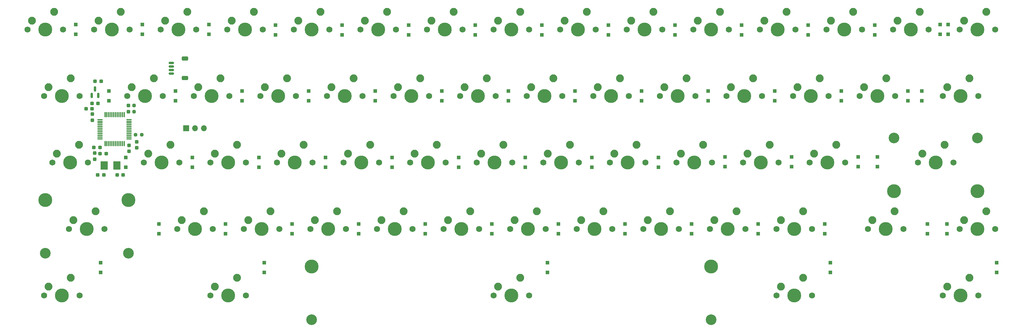
<source format=gbs>
G04 #@! TF.GenerationSoftware,KiCad,Pcbnew,(6.0.1)*
G04 #@! TF.CreationDate,2022-02-20T01:23:08-08:00*
G04 #@! TF.ProjectId,wkl60,776b6c36-302e-46b6-9963-61645f706362,rev?*
G04 #@! TF.SameCoordinates,Original*
G04 #@! TF.FileFunction,Soldermask,Bot*
G04 #@! TF.FilePolarity,Negative*
%FSLAX46Y46*%
G04 Gerber Fmt 4.6, Leading zero omitted, Abs format (unit mm)*
G04 Created by KiCad (PCBNEW (6.0.1)) date 2022-02-20 01:23:08*
%MOMM*%
%LPD*%
G01*
G04 APERTURE LIST*
G04 Aperture macros list*
%AMRoundRect*
0 Rectangle with rounded corners*
0 $1 Rounding radius*
0 $2 $3 $4 $5 $6 $7 $8 $9 X,Y pos of 4 corners*
0 Add a 4 corners polygon primitive as box body*
4,1,4,$2,$3,$4,$5,$6,$7,$8,$9,$2,$3,0*
0 Add four circle primitives for the rounded corners*
1,1,$1+$1,$2,$3*
1,1,$1+$1,$4,$5*
1,1,$1+$1,$6,$7*
1,1,$1+$1,$8,$9*
0 Add four rect primitives between the rounded corners*
20,1,$1+$1,$2,$3,$4,$5,0*
20,1,$1+$1,$4,$5,$6,$7,0*
20,1,$1+$1,$6,$7,$8,$9,0*
20,1,$1+$1,$8,$9,$2,$3,0*%
G04 Aperture macros list end*
%ADD10C,3.987800*%
%ADD11C,1.750000*%
%ADD12C,2.250000*%
%ADD13C,3.048000*%
%ADD14RoundRect,0.237500X-0.300000X-0.237500X0.300000X-0.237500X0.300000X0.237500X-0.300000X0.237500X0*%
%ADD15R,1.100000X1.100000*%
%ADD16R,2.000000X2.400000*%
%ADD17RoundRect,0.237500X0.300000X0.237500X-0.300000X0.237500X-0.300000X-0.237500X0.300000X-0.237500X0*%
%ADD18RoundRect,0.237500X0.237500X-0.300000X0.237500X0.300000X-0.237500X0.300000X-0.237500X-0.300000X0*%
%ADD19RoundRect,0.150000X-0.625000X0.150000X-0.625000X-0.150000X0.625000X-0.150000X0.625000X0.150000X0*%
%ADD20RoundRect,0.250000X-0.650000X0.350000X-0.650000X-0.350000X0.650000X-0.350000X0.650000X0.350000X0*%
%ADD21RoundRect,0.075000X0.075000X-0.662500X0.075000X0.662500X-0.075000X0.662500X-0.075000X-0.662500X0*%
%ADD22RoundRect,0.075000X0.662500X-0.075000X0.662500X0.075000X-0.662500X0.075000X-0.662500X-0.075000X0*%
%ADD23RoundRect,0.150000X0.150000X-0.587500X0.150000X0.587500X-0.150000X0.587500X-0.150000X-0.587500X0*%
%ADD24RoundRect,0.237500X-0.237500X0.300000X-0.237500X-0.300000X0.237500X-0.300000X0.237500X0.300000X0*%
%ADD25R,1.700000X1.700000*%
%ADD26O,1.700000X1.700000*%
%ADD27RoundRect,0.237500X0.237500X-0.250000X0.237500X0.250000X-0.237500X0.250000X-0.237500X-0.250000X0*%
%ADD28RoundRect,0.237500X0.250000X0.237500X-0.250000X0.237500X-0.250000X-0.237500X0.250000X-0.237500X0*%
G04 APERTURE END LIST*
D10*
X265165042Y-110445000D03*
D11*
X270245042Y-110445000D03*
X260085042Y-110445000D03*
D12*
X261355042Y-107905000D03*
X267705042Y-105365000D03*
D11*
X79745042Y-110445000D03*
D10*
X74665042Y-110445000D03*
D11*
X69585042Y-110445000D03*
D12*
X70855042Y-107905000D03*
X77205042Y-105365000D03*
D11*
X84507542Y-186645000D03*
D10*
X79427542Y-186645000D03*
D11*
X74347542Y-186645000D03*
D12*
X75617542Y-184105000D03*
X81967542Y-181565000D03*
D11*
X122607542Y-167595000D03*
D10*
X117527542Y-167595000D03*
D11*
X112447542Y-167595000D03*
D12*
X113717542Y-165055000D03*
X120067542Y-162515000D03*
D10*
X127052542Y-186645000D03*
D11*
X132132542Y-186645000D03*
X121972542Y-186645000D03*
D12*
X123242542Y-184105000D03*
X129592542Y-181565000D03*
D10*
X188965042Y-110445000D03*
D11*
X183885042Y-110445000D03*
X194045042Y-110445000D03*
D12*
X185155042Y-107905000D03*
X191505042Y-105365000D03*
D10*
X303265042Y-110445000D03*
D11*
X308345042Y-110445000D03*
X298185042Y-110445000D03*
D12*
X299455042Y-107905000D03*
X305805042Y-105365000D03*
D11*
X227382542Y-148545000D03*
D10*
X222302542Y-148545000D03*
D11*
X217222542Y-148545000D03*
D12*
X218492542Y-146005000D03*
X224842542Y-143465000D03*
D10*
X165152542Y-148545000D03*
D11*
X160072542Y-148545000D03*
X170232542Y-148545000D03*
D12*
X161342542Y-146005000D03*
X167692542Y-143465000D03*
D13*
X150865042Y-193630000D03*
D10*
X208015042Y-186645000D03*
X265165042Y-178390000D03*
D11*
X213095042Y-186645000D03*
D13*
X265165042Y-193630000D03*
D11*
X202935042Y-186645000D03*
D10*
X150865042Y-178390000D03*
D12*
X204205042Y-184105000D03*
X210555042Y-181565000D03*
D10*
X131815042Y-110445000D03*
D11*
X126735042Y-110445000D03*
X136895042Y-110445000D03*
D12*
X128005042Y-107905000D03*
X134355042Y-105365000D03*
D10*
X174677542Y-167595000D03*
D11*
X179757542Y-167595000D03*
X169597542Y-167595000D03*
D12*
X170867542Y-165055000D03*
X177217542Y-162515000D03*
D10*
X108002542Y-148545000D03*
D11*
X113082542Y-148545000D03*
X102922542Y-148545000D03*
D12*
X104192542Y-146005000D03*
X110542542Y-143465000D03*
D10*
X112765042Y-110445000D03*
D11*
X117845042Y-110445000D03*
X107685042Y-110445000D03*
D12*
X108955042Y-107905000D03*
X115305042Y-105365000D03*
D11*
X198172542Y-148545000D03*
D10*
X203252542Y-148545000D03*
D11*
X208332542Y-148545000D03*
D12*
X199442542Y-146005000D03*
X205792542Y-143465000D03*
D11*
X145785042Y-110445000D03*
D10*
X150865042Y-110445000D03*
D11*
X155945042Y-110445000D03*
D12*
X147055042Y-107905000D03*
X153405042Y-105365000D03*
D11*
X255957542Y-167595000D03*
X245797542Y-167595000D03*
D10*
X250877542Y-167595000D03*
D12*
X247067542Y-165055000D03*
X253417542Y-162515000D03*
D11*
X288660042Y-129495000D03*
D10*
X293740042Y-129495000D03*
D11*
X298820042Y-129495000D03*
D12*
X289930042Y-126955000D03*
X296280042Y-124415000D03*
D11*
X336285042Y-110445000D03*
X346445042Y-110445000D03*
D10*
X341365042Y-110445000D03*
D12*
X337555042Y-107905000D03*
X343905042Y-105365000D03*
D11*
X146420042Y-129495000D03*
X136260042Y-129495000D03*
D10*
X141340042Y-129495000D03*
D12*
X137530042Y-126955000D03*
X143880042Y-124415000D03*
D10*
X198490042Y-129495000D03*
D11*
X203570042Y-129495000D03*
X193410042Y-129495000D03*
D12*
X194680042Y-126955000D03*
X201030042Y-124415000D03*
D11*
X289295042Y-110445000D03*
D10*
X284215042Y-110445000D03*
D11*
X279135042Y-110445000D03*
D12*
X280405042Y-107905000D03*
X286755042Y-105365000D03*
D11*
X336285042Y-167595000D03*
D10*
X341365042Y-167595000D03*
D11*
X346445042Y-167595000D03*
D12*
X337555042Y-165055000D03*
X343905042Y-162515000D03*
D11*
X283897542Y-167595000D03*
X294057542Y-167595000D03*
D10*
X288977542Y-167595000D03*
D12*
X285167542Y-165055000D03*
X291517542Y-162515000D03*
D10*
X298502542Y-148545000D03*
D11*
X303582542Y-148545000D03*
X293422542Y-148545000D03*
D12*
X294692542Y-146005000D03*
X301042542Y-143465000D03*
D11*
X226747542Y-167595000D03*
D10*
X231827542Y-167595000D03*
D11*
X236907542Y-167595000D03*
D12*
X228017542Y-165055000D03*
X234367542Y-162515000D03*
D11*
X294057542Y-186645000D03*
X283897542Y-186645000D03*
D10*
X288977542Y-186645000D03*
D12*
X285167542Y-184105000D03*
X291517542Y-181565000D03*
D11*
X310091292Y-167595000D03*
D10*
X315171292Y-167595000D03*
D11*
X320251292Y-167595000D03*
D12*
X311361292Y-165055000D03*
X317711292Y-162515000D03*
D10*
X212777542Y-167595000D03*
D11*
X217857542Y-167595000D03*
X207697542Y-167595000D03*
D12*
X208967542Y-165055000D03*
X215317542Y-162515000D03*
D10*
X127052542Y-148545000D03*
D11*
X132132542Y-148545000D03*
X121972542Y-148545000D03*
D12*
X123242542Y-146005000D03*
X129592542Y-143465000D03*
D11*
X341682542Y-186645000D03*
D10*
X336602542Y-186645000D03*
D11*
X331522542Y-186645000D03*
D12*
X332792542Y-184105000D03*
X339142542Y-181565000D03*
D11*
X117210042Y-129495000D03*
D10*
X122290042Y-129495000D03*
D11*
X127370042Y-129495000D03*
D12*
X118480042Y-126955000D03*
X124830042Y-124415000D03*
D10*
X217540042Y-129495000D03*
D11*
X212460042Y-129495000D03*
X222620042Y-129495000D03*
D12*
X213730042Y-126955000D03*
X220080042Y-124415000D03*
D11*
X189282542Y-148545000D03*
X179122542Y-148545000D03*
D10*
X184202542Y-148545000D03*
D12*
X180392542Y-146005000D03*
X186742542Y-143465000D03*
D10*
X322315042Y-110445000D03*
D11*
X317235042Y-110445000D03*
X327395042Y-110445000D03*
D12*
X318505042Y-107905000D03*
X324855042Y-105365000D03*
D11*
X150547542Y-167595000D03*
X160707542Y-167595000D03*
D10*
X155627542Y-167595000D03*
D12*
X151817542Y-165055000D03*
X158167542Y-162515000D03*
D11*
X275007542Y-167595000D03*
X264847542Y-167595000D03*
D10*
X269927542Y-167595000D03*
D12*
X266117542Y-165055000D03*
X272467542Y-162515000D03*
D10*
X208015042Y-110445000D03*
D11*
X202935042Y-110445000D03*
X213095042Y-110445000D03*
D12*
X204205042Y-107905000D03*
X210555042Y-105365000D03*
D10*
X146102542Y-148545000D03*
D11*
X151182542Y-148545000D03*
X141022542Y-148545000D03*
D12*
X142292542Y-146005000D03*
X148642542Y-143465000D03*
D11*
X232145042Y-110445000D03*
X221985042Y-110445000D03*
D10*
X227065042Y-110445000D03*
D12*
X223255042Y-107905000D03*
X229605042Y-105365000D03*
D11*
X98160042Y-129495000D03*
X108320042Y-129495000D03*
D10*
X103240042Y-129495000D03*
D12*
X99430042Y-126955000D03*
X105780042Y-124415000D03*
D11*
X317870042Y-129495000D03*
X307710042Y-129495000D03*
D10*
X312790042Y-129495000D03*
D12*
X308980042Y-126955000D03*
X315330042Y-124415000D03*
D11*
X236272542Y-148545000D03*
D10*
X241352542Y-148545000D03*
D11*
X246432542Y-148545000D03*
D12*
X237542542Y-146005000D03*
X243892542Y-143465000D03*
D11*
X76728792Y-148545000D03*
D10*
X81808792Y-148545000D03*
D11*
X86888792Y-148545000D03*
D12*
X77998792Y-146005000D03*
X84348792Y-143465000D03*
D10*
X86571292Y-167595000D03*
X98477542Y-159340000D03*
D11*
X81491292Y-167595000D03*
X91651292Y-167595000D03*
D13*
X98477542Y-174580000D03*
D10*
X74665042Y-159340000D03*
D13*
X74665042Y-174580000D03*
D12*
X82761292Y-165055000D03*
X89111292Y-162515000D03*
D11*
X74347542Y-129495000D03*
X84507542Y-129495000D03*
D10*
X79427542Y-129495000D03*
D12*
X75617542Y-126955000D03*
X81967542Y-124415000D03*
D11*
X279770042Y-129495000D03*
D10*
X274690042Y-129495000D03*
D11*
X269610042Y-129495000D03*
D12*
X270880042Y-126955000D03*
X277230042Y-124415000D03*
D11*
X260720042Y-129495000D03*
D10*
X255640042Y-129495000D03*
D11*
X250560042Y-129495000D03*
D12*
X251830042Y-126955000D03*
X258180042Y-124415000D03*
D11*
X274372542Y-148545000D03*
D10*
X279452542Y-148545000D03*
D11*
X284532542Y-148545000D03*
D12*
X275642542Y-146005000D03*
X281992542Y-143465000D03*
D11*
X98795042Y-110445000D03*
X88635042Y-110445000D03*
D10*
X93715042Y-110445000D03*
D12*
X89905042Y-107905000D03*
X96255042Y-105365000D03*
D11*
X184520042Y-129495000D03*
X174360042Y-129495000D03*
D10*
X179440042Y-129495000D03*
D12*
X175630042Y-126955000D03*
X181980042Y-124415000D03*
D11*
X188647542Y-167595000D03*
X198807542Y-167595000D03*
D10*
X193727542Y-167595000D03*
D12*
X189917542Y-165055000D03*
X196267542Y-162515000D03*
D11*
X255322542Y-148545000D03*
D10*
X260402542Y-148545000D03*
D11*
X265482542Y-148545000D03*
D12*
X256592542Y-146005000D03*
X262942542Y-143465000D03*
D11*
X174995042Y-110445000D03*
D10*
X169915042Y-110445000D03*
D11*
X164835042Y-110445000D03*
D12*
X166105042Y-107905000D03*
X172455042Y-105365000D03*
D11*
X331522542Y-129495000D03*
X341682542Y-129495000D03*
D10*
X336602542Y-129495000D03*
D12*
X332792542Y-126955000D03*
X339142542Y-124415000D03*
D10*
X136577542Y-167595000D03*
D11*
X131497542Y-167595000D03*
X141657542Y-167595000D03*
D12*
X132767542Y-165055000D03*
X139117542Y-162515000D03*
D11*
X231510042Y-129495000D03*
X241670042Y-129495000D03*
D10*
X236590042Y-129495000D03*
D12*
X232780042Y-126955000D03*
X239130042Y-124415000D03*
D10*
X160390042Y-129495000D03*
D11*
X165470042Y-129495000D03*
X155310042Y-129495000D03*
D12*
X156580042Y-126955000D03*
X162930042Y-124415000D03*
D11*
X241035042Y-110445000D03*
D10*
X246115042Y-110445000D03*
D11*
X251195042Y-110445000D03*
D12*
X242305042Y-107905000D03*
X248655042Y-105365000D03*
D10*
X317552542Y-156800000D03*
X341365042Y-156800000D03*
X329458792Y-148545000D03*
D13*
X317552542Y-141560000D03*
D11*
X334538792Y-148545000D03*
D13*
X341365042Y-141560000D03*
D11*
X324378792Y-148545000D03*
D12*
X325648792Y-146005000D03*
X331998792Y-143465000D03*
D14*
X88620042Y-144220000D03*
X90345042Y-144220000D03*
D15*
X211983792Y-149945000D03*
X211983792Y-147145000D03*
X278658792Y-168995000D03*
X278658792Y-166195000D03*
X264371292Y-130895000D03*
X264371292Y-128095000D03*
D16*
X91507542Y-149420000D03*
X95207542Y-149420000D03*
D15*
X292946292Y-112032500D03*
X292946292Y-109232500D03*
X254846292Y-112032500D03*
X254846292Y-109232500D03*
X299296292Y-177307500D03*
X299296292Y-180107500D03*
X332633792Y-168995000D03*
X332633792Y-166195000D03*
X154833792Y-149945000D03*
X154833792Y-147145000D03*
X273896292Y-112032500D03*
X273896292Y-109232500D03*
X137371292Y-177307500D03*
X137371292Y-180107500D03*
D14*
X95245042Y-152145000D03*
X96970042Y-152145000D03*
D15*
X192933792Y-149945000D03*
X192933792Y-147145000D03*
X216746292Y-112032500D03*
X216746292Y-109232500D03*
X207221292Y-130895000D03*
X207221292Y-128095000D03*
D17*
X91420042Y-152120000D03*
X89695042Y-152120000D03*
D15*
X202458792Y-168995000D03*
X202458792Y-166195000D03*
X226271292Y-130895000D03*
X226271292Y-128095000D03*
D18*
X98692542Y-145357500D03*
X98692542Y-143632500D03*
D15*
X240558792Y-168995000D03*
X240558792Y-166195000D03*
X325490042Y-130886250D03*
X325490042Y-128086250D03*
D18*
X88138792Y-136438750D03*
X88138792Y-134713750D03*
D15*
X283421292Y-130895000D03*
X283421292Y-128095000D03*
X297708792Y-168995000D03*
X297708792Y-166195000D03*
X259608792Y-168995000D03*
X259608792Y-166195000D03*
X321521292Y-130896250D03*
X321521292Y-128096250D03*
X183408792Y-168995000D03*
X183408792Y-166195000D03*
X90540042Y-177307500D03*
X90540042Y-180107500D03*
X221508792Y-168995000D03*
X221508792Y-166195000D03*
X245321292Y-130895000D03*
X245321292Y-128095000D03*
X116733792Y-149945000D03*
X116733792Y-147145000D03*
X188171292Y-130895000D03*
X188171292Y-128095000D03*
X92921292Y-130895000D03*
X92921292Y-128095000D03*
X311996292Y-112032500D03*
X311996292Y-109232500D03*
X121496292Y-111845000D03*
X121496292Y-109045000D03*
X150071292Y-130895000D03*
X150071292Y-128095000D03*
X97683792Y-149945000D03*
X97683792Y-147145000D03*
X83396292Y-111845000D03*
X83396292Y-109045000D03*
X333003792Y-111838750D03*
X333003792Y-109038750D03*
D19*
X110765042Y-120057500D03*
X110765042Y-121057500D03*
X110765042Y-122057500D03*
X110765042Y-123057500D03*
D20*
X114640042Y-118757500D03*
X114640042Y-124357500D03*
D15*
X145308792Y-168995000D03*
X145308792Y-166195000D03*
X197696292Y-112032500D03*
X197696292Y-109232500D03*
X173883792Y-149945000D03*
X173883792Y-147145000D03*
X302471292Y-130895000D03*
X302471292Y-128095000D03*
D21*
X97258792Y-143182500D03*
X96758792Y-143182500D03*
X96258792Y-143182500D03*
X95758792Y-143182500D03*
X95258792Y-143182500D03*
X94758792Y-143182500D03*
X94258792Y-143182500D03*
X93758792Y-143182500D03*
X93258792Y-143182500D03*
X92758792Y-143182500D03*
X92258792Y-143182500D03*
X91758792Y-143182500D03*
D22*
X90346292Y-141770000D03*
X90346292Y-141270000D03*
X90346292Y-140770000D03*
X90346292Y-140270000D03*
X90346292Y-139770000D03*
X90346292Y-139270000D03*
X90346292Y-138770000D03*
X90346292Y-138270000D03*
X90346292Y-137770000D03*
X90346292Y-137270000D03*
X90346292Y-136770000D03*
X90346292Y-136270000D03*
D21*
X91758792Y-134857500D03*
X92258792Y-134857500D03*
X92758792Y-134857500D03*
X93258792Y-134857500D03*
X93758792Y-134857500D03*
X94258792Y-134857500D03*
X94758792Y-134857500D03*
X95258792Y-134857500D03*
X95758792Y-134857500D03*
X96258792Y-134857500D03*
X96758792Y-134857500D03*
X97258792Y-134857500D03*
D22*
X98671292Y-136270000D03*
X98671292Y-136770000D03*
X98671292Y-137270000D03*
X98671292Y-137770000D03*
X98671292Y-138270000D03*
X98671292Y-138770000D03*
X98671292Y-139270000D03*
X98671292Y-139770000D03*
X98671292Y-140270000D03*
X98671292Y-140770000D03*
X98671292Y-141270000D03*
X98671292Y-141770000D03*
D17*
X88095042Y-133195000D03*
X86370042Y-133195000D03*
D15*
X140546292Y-112032500D03*
X140546292Y-109232500D03*
X135783792Y-149945000D03*
X135783792Y-147145000D03*
X312790042Y-149746250D03*
X312790042Y-146946250D03*
X169121292Y-130895000D03*
X169121292Y-128095000D03*
D23*
X89882542Y-129370000D03*
X87982542Y-129370000D03*
X88932542Y-127495000D03*
D15*
X102446292Y-111845000D03*
X102446292Y-109045000D03*
X346921292Y-177307500D03*
X346921292Y-180107500D03*
D24*
X100838792Y-142651250D03*
X100838792Y-144376250D03*
D15*
X330693792Y-111846250D03*
X330693792Y-109046250D03*
X131021292Y-130895000D03*
X131021292Y-128095000D03*
D25*
X114982542Y-138751250D03*
D26*
X117522542Y-138751250D03*
X120062542Y-138751250D03*
D18*
X88795042Y-147607500D03*
X88795042Y-145882500D03*
D15*
X327077542Y-168995000D03*
X327077542Y-166195000D03*
X231033792Y-149945000D03*
X231033792Y-147145000D03*
D27*
X100107542Y-134020000D03*
X100107542Y-132195000D03*
D15*
X107208792Y-168995000D03*
X107208792Y-166195000D03*
X178646292Y-112032500D03*
X178646292Y-109232500D03*
X126258792Y-168995000D03*
X126258792Y-166195000D03*
D14*
X90395042Y-146020000D03*
X92120042Y-146020000D03*
D15*
X235796292Y-112032500D03*
X235796292Y-109232500D03*
D28*
X102307542Y-140595000D03*
X100482542Y-140595000D03*
D14*
X88070042Y-131607500D03*
X89795042Y-131607500D03*
D15*
X111971292Y-130895000D03*
X111971292Y-128095000D03*
X164358792Y-168995000D03*
X164358792Y-166195000D03*
X307233792Y-149756250D03*
X307233792Y-146956250D03*
X288183792Y-149757500D03*
X288183792Y-146957500D03*
X250083792Y-149945000D03*
X250083792Y-147145000D03*
X159596292Y-112032500D03*
X159596292Y-109232500D03*
D14*
X88932542Y-125257500D03*
X90657542Y-125257500D03*
D15*
X218333792Y-177307500D03*
X218333792Y-180107500D03*
D24*
X98482542Y-132245000D03*
X98482542Y-133970000D03*
D15*
X269133792Y-149757500D03*
X269133792Y-146957500D03*
M02*

</source>
